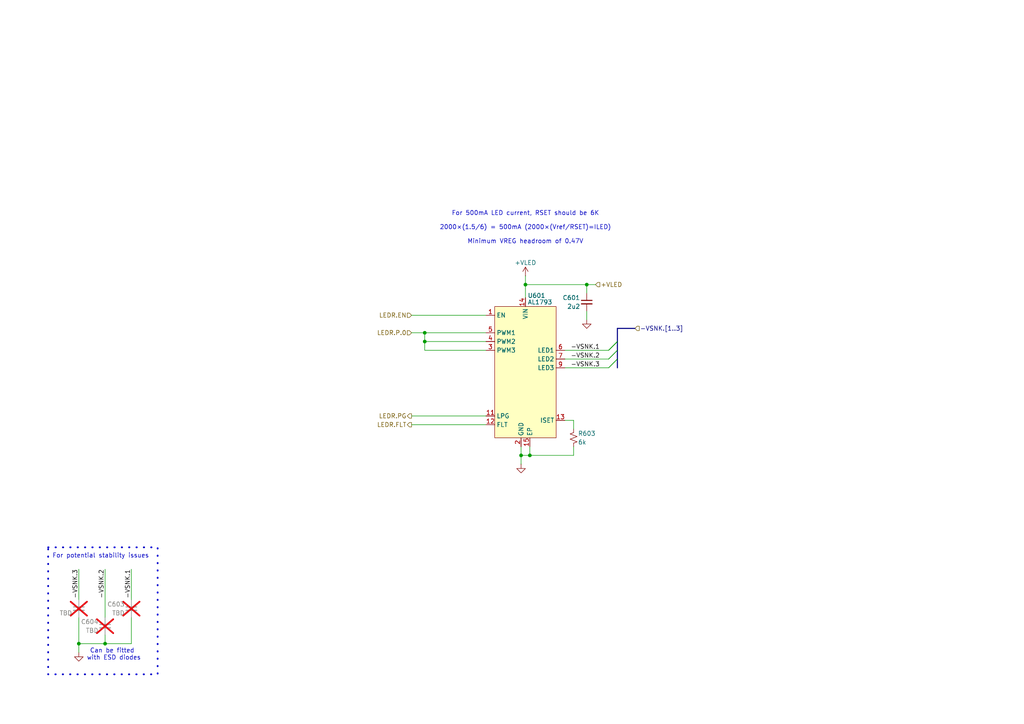
<source format=kicad_sch>
(kicad_sch (version 20250114) (generator "eeschema") (generator_version "9.0")
  (paper "A4")
  (title_block (title "Growlight controller, red driver") (rev "0.1") (comment 1 "RSET = 6K → 500mA IREG") (comment 2 "VDROP_{typ}@500mA = 470mV"))
  (lib_symbols
    (symbol "Device:C_Small" (pin_numbers (hide yes)) (pin_names (offset 0.254) (hide yes))
      (property "Reference" "C" (at 0.254 1.778 0))
      (property "Value" "C_Small" (at 0.254 -2.032 0))
      (symbol "C_Small_0_1"
        (polyline (pts (xy -1.524 0.508) (xy 1.524 0.508)) (stroke (width 0.3048)))
        (polyline (pts (xy -1.524 -0.508) (xy 1.524 -0.508)) (stroke (width 0.3302)))
      )
      (symbol "C_Small_1_1"
        (pin passive line (at 0 2.54 270) (length 2.032) (name "~") (number "1"))
        (pin passive line (at 0 -2.54 90) (length 2.032) (name "~") (number "2"))
      )
    )
    (symbol "Device:R_Small_US" (pin_numbers (hide yes)) (pin_names (offset 0.254) (hide yes))
      (property "Reference" "R" (at 0.762 0.508 0))
      (property "Value" "R_Small_US" (at 0.762 -1.016 0))
      (symbol "R_Small_US_1_1"
        (polyline (pts (xy 0 1.524) (xy 1.016 1.143) (xy 0 0.762) (xy -1.016 0.381) (xy 0 0)))
        (polyline (pts (xy 0 0) (xy 1.016 -0.381) (xy 0 -0.762) (xy -1.016 -1.143) (xy 0 -1.524)))
        (pin passive line (at 0 2.54 270) (length 1.016) (name "~") (number "1"))
        (pin passive line (at 0 -2.54 90) (length 1.016) (name "~") (number "2"))
      )
    )
    (symbol "LED driver:AL1793AFE-13"
      (property "Reference" "U" (at 0.635 22.225 0))
      (property "Value" "AL1793" (at 0.635 20.32 0))
      (symbol "AL1793AFE-13_0_0"
        (pin input line (at -11.43 16.51 0) (length 2.54) (name "EN") (number "1"))
        (pin input line (at -11.43 11.43 0) (length 2.54) (name "PWM1") (number "5"))
        (pin input line (at -11.43 8.89 0) (length 2.54) (name "PWM2") (number "4"))
        (pin input line (at -11.43 6.35 0) (length 2.54) (name "PWM3") (number "3"))
        (pin power_in line (at -1.27 -21.59 90) (length 2.54) (name "GND") (number "2"))
        (pin power_in line (at 0 21.59 270) (length 2.54) (name "VIN") (number "14"))
        (pin passive line (at 11.43 -13.97 180) (length 2.54) (name "ISET") (number "13"))
      )
      (symbol "AL1793AFE-13_1_0"
        (pin open_collector line (at -11.43 -12.7 0) (length 2.54) (name "LPG") (number "11"))
        (pin open_collector line (at -11.43 -15.24 0) (length 2.54) (name "FLT") (number "12"))
        (pin passive line (at -1.27 -21.59 90) (length 2.54) (hide yes) (name "GND") (number "10"))
        (pin passive line (at -1.27 -21.59 90) (length 2.54) (hide yes) (name "GND") (number "8"))
        (pin passive line (at 1.27 -21.59 90) (length 2.54) (name "EP") (number "15"))
        (pin passive line (at 11.43 6.35 180) (length 2.54) (name "LED1") (number "6"))
        (pin passive line (at 11.43 3.81 180) (length 2.54) (name "LED2") (number "7"))
        (pin passive line (at 11.43 1.27 180) (length 2.54) (name "LED3") (number "9"))
      )
      (symbol "AL1793AFE-13_1_1"
        (rectangle (start -8.89 19.05) (end 8.89 -19.05) (fill (type background)))
      )
    )
    (symbol "power:GND" (power) (pin_numbers (hide yes)) (pin_names (offset 0) (hide yes))
      (property "Value" "GND" (at 0 -3.81 0))
      (symbol "GND_0_1"
        (polyline (pts (xy 0 0) (xy 0 -1.27) (xy 1.27 -1.27) (xy 0 -2.54) (xy -1.27 -1.27) (xy 0 -1.27)))
      )
      (symbol "GND_1_1"
        (pin power_in line (at 0 0 270) (length 0) (name "~") (number "1"))
      )
    )
    (symbol "power:VAA" (power) (pin_numbers (hide yes)) (pin_names (offset 0) (hide yes))
      (property "Value" "VAA" (at 0 3.556 0))
      (symbol "VAA_0_1"
        (polyline (pts (xy -0.762 1.27) (xy 0 2.54)))
        (polyline (pts (xy 0 2.54) (xy 0.762 1.27)))
        (polyline (pts (xy 0 0) (xy 0 2.54)))
      )
      (symbol "VAA_1_1"
        (pin power_in line (at 0 0 90) (length 0) (name "~") (number "1"))
      )
    )
  )
  (rectangle (start 13.97 158.75) (end 45.72 195.58) (stroke (width 0.508) (type dot)))
  (text "For potential stability issues" (at 29.21 161.29 0) (effects (font (size 1.27 1.27))))
  (text "Can be fitted \nwith ESD diodes" (at 33.02 189.865 0) (effects (font (size 1.27 1.27))))
  (text "For 500mA LED current, RSET should be 6K\n\n2000×(1.5/6) = 500mA (2000×(Vref/RSET)=ILED)\n\nMinimum VREG headroom of 0.47V" (at 152.4 66.04 0) (effects (font (size 1.27 1.27))))
  (junction (at 30.48 186.69))
  (junction (at 22.86 186.69))
  (junction (at 123.19 99.06))
  (junction (at 152.4 82.55))
  (junction (at 123.19 96.52))
  (junction (at 151.13 132.08))
  (junction (at 170.18 82.55))
  (junction (at 153.67 132.08))
  (bus_entry (at 179.07 104.14) (size -2.54 2.54))
  (bus_entry (at 179.07 99.06) (size -2.54 2.54))
  (bus_entry (at 179.07 101.6) (size -2.54 2.54))
  (bus_entry (at 179.07 104.14) (size -2.54 2.54))
  (bus_entry (at 179.07 99.06) (size -2.54 2.54))
  (bus_entry (at 179.07 101.6) (size -2.54 2.54))
  (bus_entry (at 179.07 99.06) (size -2.54 2.54))
  (wire (pts (xy 166.37 132.08) (xy 166.37 129.54)))
  (wire (pts (xy 30.48 184.15) (xy 30.48 186.69)))
  (wire (pts (xy 22.86 165.1) (xy 22.86 173.99)))
  (wire (pts (xy 163.83 104.14) (xy 176.53 104.14)))
  (wire (pts (xy 22.86 186.69) (xy 30.48 186.69)))
  (wire (pts (xy 166.37 124.46) (xy 166.37 121.92)))
  (wire (pts (xy 119.38 123.19) (xy 140.97 123.19)))
  (wire (pts (xy 38.1 173.99) (xy 38.1 165.1)))
  (wire (pts (xy 163.83 106.68) (xy 176.53 106.68)))
  (wire (pts (xy 30.48 186.69) (xy 38.1 186.69)))
  (bus (pts (xy 179.07 99.06) (xy 179.07 101.6)))
  (wire (pts (xy 152.4 80.01) (xy 152.4 82.55)))
  (bus (pts (xy 179.07 101.6) (xy 179.07 104.14)))
  (bus (pts (xy 179.07 104.14) (xy 179.07 106.68)))
  (wire (pts (xy 151.13 132.08) (xy 151.13 134.62)))
  (wire (pts (xy 119.38 120.65) (xy 140.97 120.65)))
  (wire (pts (xy 170.18 82.55) (xy 170.18 85.09)))
  (wire (pts (xy 30.48 165.1) (xy 30.48 179.07)))
  (wire (pts (xy 151.13 132.08) (xy 153.67 132.08)))
  (wire (pts (xy 123.19 99.06) (xy 140.97 99.06)))
  (bus (pts (xy 179.07 95.25) (xy 184.15 95.25)))
  (wire (pts (xy 163.83 101.6) (xy 176.53 101.6)))
  (wire (pts (xy 152.4 82.55) (xy 170.18 82.55)))
  (wire (pts (xy 123.19 96.52) (xy 140.97 96.52)))
  (bus (pts (xy 179.07 95.25) (xy 179.07 99.06)))
  (wire (pts (xy 123.19 96.52) (xy 119.38 96.52)))
  (wire (pts (xy 119.38 91.44) (xy 140.97 91.44)))
  (wire (pts (xy 170.18 90.17) (xy 170.18 92.71)))
  (wire (pts (xy 166.37 121.92) (xy 163.83 121.92)))
  (wire (pts (xy 152.4 82.55) (xy 152.4 86.36)))
  (wire (pts (xy 153.67 132.08) (xy 166.37 132.08)))
  (wire (pts (xy 123.19 101.6) (xy 140.97 101.6)))
  (wire (pts (xy 22.86 179.07) (xy 22.86 186.69)))
  (wire (pts (xy 123.19 99.06) (xy 123.19 101.6)))
  (wire (pts (xy 38.1 179.07) (xy 38.1 186.69)))
  (wire (pts (xy 123.19 96.52) (xy 123.19 99.06)))
  (wire (pts (xy 170.18 82.55) (xy 172.72 82.55)))
  (wire (pts (xy 153.67 129.54) (xy 153.67 132.08)))
  (wire (pts (xy 22.86 186.69) (xy 22.86 189.23)))
  (wire (pts (xy 151.13 129.54) (xy 151.13 132.08)))
  (label "-VSNK.3" (at 22.86 165.1 270))
  (label "-VSNK.1" (at 173.99 101.6 180))
  (label "-VSNK.1" (at 38.1 165.1 270))
  (label "-VSNK.3" (at 173.99 106.68 180))
  (label "-VSNK.2" (at 173.99 104.14 180))
  (label "-VSNK.2" (at 30.48 165.1 270))
  (hierarchical_label "LEDR.EN" (shape input) (at 119.38 91.44 180))
  (hierarchical_label "LEDR.PG" (shape output) (at 119.38 120.65 180))
  (hierarchical_label "LEDR.P.0" (shape input) (at 119.38 96.52 180))
  (hierarchical_label "+VLED" (shape input) (at 172.72 82.55 0))
  (hierarchical_label "-VSNK.[1..3]" (shape input) (at 184.15 95.25 0))
  (hierarchical_label "LEDR.FLT" (shape output) (at 119.38 123.19 180))
  (symbol (lib_id "power:GND") (at 22.86 189.23 0) (unit 1)
    (property "Reference" "#PWR0605" (effects (hide yes)))
    (property "Value" "GND" (effects (hide yes)))
    (property "Description" "Power symbol creates a global label with name \"GND\" , ground" (effects (hide yes)))
  )
  (symbol (lib_id "power:GND") (at 170.18 92.71 0) (mirror y) (unit 1)
    (property "Reference" "#PWR0602" (effects (hide yes)))
    (property "Value" "GND" (effects (hide yes)))
    (property "Description" "Power symbol creates a global label with name \"GND\" , ground" (effects (hide yes)))
  )
  (symbol (lib_id "power:GND") (at 151.13 134.62 0) (mirror y) (unit 1)
    (property "Reference" "#PWR0604" (effects (hide yes)))
    (property "Value" "GND" (effects (hide yes)))
    (property "Description" "Power symbol creates a global label with name \"GND\" , ground" (effects (hide yes)))
  )
  (symbol (lib_id "Device:C_Small") (at 170.18 87.63 0) (unit 1)
    (property "Reference" "C601" (at 168.275 86.36 0) (effects (justify right)))
    (property "Value" "2u2" (at 168.275 88.9 0) (effects (justify right)))
    (property "Footprint" "Perfect passives:C 0603 (1608 Metric)" (effects (hide yes)))
    (property "Description" "Unpolarized capacitor, small symbol" (effects (hide yes)))
  )
  (symbol (lib_id "power:VAA") (at 152.4 80.01 0) (unit 1)
    (property "Reference" "#PWR0601" (effects (hide yes)))
    (property "Value" "+VLED" (at 152.4 76.2 0))
    (property "Description" "Power symbol creates a global label with name \"VAA\"" (effects (hide yes)))
  )
  (symbol (lib_id "Device:R_Small_US") (at 166.37 127 0) (mirror y) (unit 1)
    (property "Reference" "R603" (at 167.64 125.73 0) (effects (justify right)))
    (property "Value" "6k" (at 167.64 128.27 0) (effects (justify right)))
    (property "Footprint" "Perfect passives:R 0402 (1005 Metric)" (effects (hide yes)))
    (property "Description" "Resistor, small US symbol" (effects (hide yes)))
  )
  (symbol (lib_id "LED driver:AL1793AFE-13") (at 152.4 107.95 0) (unit 1)
    (property "Reference" "U601" (at 153.035 85.725 0) (effects (justify left)))
    (property "Value" "AL1793" (at 153.035 87.63 0) (effects (justify left)))
    (property "Footprint" "DFN-x:UDFN4030-14 (3x4) 1EP" (effects (hide yes)))
    (property "Description" "3 channel linear LED driver. Vin = 6.5-30V. 500mA current sink per channel. Analog and PWM dimming. Hardware configuration." (effects (hide yes)))
  )
  (symbol (lib_id "Device:C_Small") (at 22.86 176.53 0) (unit 1) (dnp yes)
    (property "Reference" "C602" (effects (hide yes)))
    (property "Value" "TBD" (at 20.955 177.8 0) (effects (justify right)))
    (property "Footprint" "Perfect passives:C 0402 (1005 Metric)" (effects (hide yes)))
    (property "Description" "Unpolarized capacitor, small symbol" (effects (hide yes)))
  )
  (symbol (lib_id "Device:C_Small") (at 30.48 181.61 0) (unit 1) (dnp yes)
    (property "Reference" "C604" (at 28.575 180.34 0) (effects (justify right)))
    (property "Value" "TBD" (at 28.575 182.88 0) (effects (justify right)))
    (property "Footprint" "Perfect passives:C 0402 (1005 Metric)" (effects (hide yes)))
    (property "Description" "Unpolarized capacitor, small symbol" (effects (hide yes)))
  )
  (symbol (lib_id "Device:C_Small") (at 38.1 176.53 0) (unit 1) (dnp yes)
    (property "Reference" "C603" (at 36.195 175.26 0) (effects (justify right)))
    (property "Value" "TBD" (at 36.195 177.8 0) (effects (justify right)))
    (property "Footprint" "Perfect passives:C 0402 (1005 Metric)" (effects (hide yes)))
    (property "Description" "Unpolarized capacitor, small symbol" (effects (hide yes)))
  )
)
</source>
